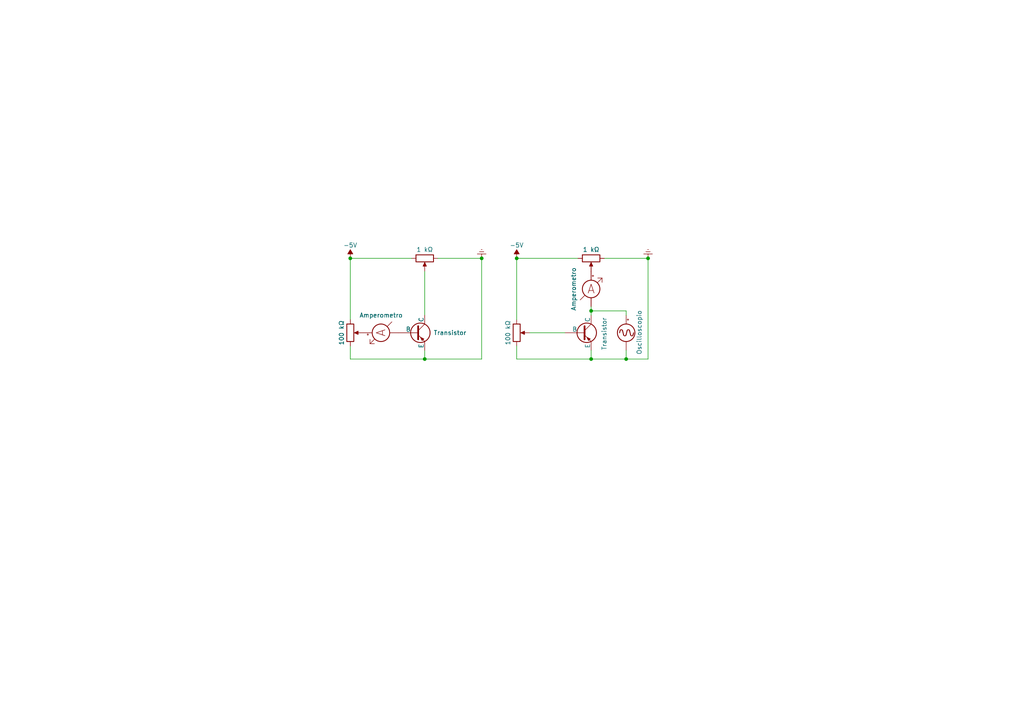
<source format=kicad_sch>
(kicad_sch (version 20230121) (generator eeschema)
  (paper "A4")
  (lib_symbols
    (symbol "Device:Ammeter_DC" (pin_numbers hide) (pin_names (offset 0.0254) hide)
      (property "Reference" "MES" (at -3.302 1.016 0))
      (property "Value" "Ammeter_DC" (at -3.302 -0.762 0))
      (symbol "Ammeter_DC_0_0"
        (polyline (pts (xy -3.175 -3.175) (xy -1.905 -1.905)))
        (polyline (pts (xy 1.905 1.905) (xy 3.175 3.175)))
        (polyline (pts (xy 1.905 3.175) (xy 3.175 3.175) (xy 3.175 1.905)))
        (text "A" (at 0 0 0) (effects (font (size 2.54 2.54))))
      )
      (symbol "Ammeter_DC_0_1"
        (polyline (pts (xy 0.254 3.81) (xy 0.762 3.81)))
        (polyline (pts (xy 0.508 4.064) (xy 0.508 3.556)))
        (circle (center 0 0) (radius 2.54) (stroke (width 0.254)))
      )
      (symbol "Ammeter_DC_1_1"
        (pin passive line (at 0 -5.08 90) (length 2.54) (name "-") (number "1"))
        (pin passive line (at 0 5.08 270) (length 2.54) (name "+") (number "2"))
      )
    )
    (symbol "Device:Oscilloscope" (pin_numbers hide) (pin_names (offset 0.0254) hide)
      (property "Reference" "MES" (at -3.302 1.016 0))
      (property "Value" "Oscilloscope" (at -3.302 -0.762 0))
      (symbol "Oscilloscope_0_0"
        (arc (start -1.016 0.508) (mid -1.397 0.8874) (end -1.778 0.508) (stroke (width 0.254)))
        (arc (start -0.762 -0.508) (mid -0.381 -0.8874) (end 0 -0.508) (stroke (width 0.254)))
        (polyline (pts (xy -1.778 0.508) (xy -1.905 0)) (stroke (width 0.254)))
        (polyline (pts (xy -1.016 0.508) (xy -0.762 -0.508)) (stroke (width 0.254)))
        (polyline (pts (xy 0 -0.508) (xy 0.254 0.508)) (stroke (width 0.254)))
        (polyline (pts (xy 1.016 0.508) (xy 1.27 -0.508)) (stroke (width 0.254)))
        (polyline (pts (xy 2.032 -0.508) (xy 2.159 0)) (stroke (width 0.254)))
        (arc (start 1.016 0.508) (mid 0.635 0.8874) (end 0.254 0.508) (stroke (width 0.254)))
        (arc (start 1.27 -0.508) (mid 1.651 -0.8874) (end 2.032 -0.508) (stroke (width 0.254)))
      )
      (symbol "Oscilloscope_0_1"
        (polyline (pts (xy 0.254 3.81) (xy 0.762 3.81)))
        (polyline (pts (xy 0.508 4.064) (xy 0.508 3.556)))
        (circle (center 0 0) (radius 2.54) (stroke (width 0.254)))
      )
      (symbol "Oscilloscope_1_1"
        (pin passive line (at 0 -5.08 90) (length 2.54) (name "-") (number "1"))
        (pin passive line (at 0 5.08 270) (length 2.54) (name "+") (number "2"))
      )
    )
    (symbol "Device:R_Potentiometer" (pin_numbers hide) (pin_names (offset 1.016) hide)
      (property "Reference" "RV" (at -4.445 0 90))
      (property "Value" "R_Potentiometer" (at -2.54 0 90))
      (symbol "R_Potentiometer_0_1"
        (polyline (pts (xy 2.54 0) (xy 1.524 0)))
        (polyline (pts (xy 1.143 0) (xy 2.286 0.508) (xy 2.286 -0.508) (xy 1.143 0)) (fill (type outline)))
        (rectangle (start 1.016 2.54) (end -1.016 -2.54) (stroke (width 0.254)))
      )
      (symbol "R_Potentiometer_1_1"
        (pin passive line (at 0 3.81 270) (length 1.27) (name "1") (number "1"))
        (pin passive line (at 3.81 0 180) (length 1.27) (name "2") (number "2"))
        (pin passive line (at 0 -3.81 90) (length 1.27) (name "3") (number "3"))
      )
    )
    (symbol "R_Potentiometer_1" (pin_numbers hide) (pin_names (offset 1.016) hide)
      (property "Reference" "RV" (at -4.445 0 90))
      (property "Value" "R_Potentiometer" (at -2.54 0 90))
      (symbol "R_Potentiometer_1_0_1"
        (polyline (pts (xy 2.54 0) (xy 1.524 0)))
        (polyline (pts (xy 1.143 0) (xy 2.286 0.508) (xy 2.286 -0.508) (xy 1.143 0)) (fill (type outline)))
        (rectangle (start 1.016 2.54) (end -1.016 -2.54) (stroke (width 0.254)))
      )
      (symbol "R_Potentiometer_1_1_1"
        (pin passive line (at 0 3.81 270) (length 1.27) (name "1") (number "1"))
        (pin passive line (at 3.81 0 180) (length 1.27) (name "2") (number "2"))
        (pin passive line (at 0 -3.81 90) (length 1.27) (name "3") (number "3"))
      )
    )
    (symbol "Transistor_BJT:2N3906" (pin_numbers hide) (pin_names (offset 0))
      (property "Reference" "Q" (at 5.08 1.905 0))
      (property "Value" "2N3906" (at 5.08 0 0))
      (symbol "2N3906_0_1"
        (polyline (pts (xy 0.635 0.635) (xy 2.54 2.54)))
        (polyline (pts (xy 0.635 -0.635) (xy 2.54 -2.54) (xy 2.54 -2.54)))
        (polyline (pts (xy 0.635 1.905) (xy 0.635 -1.905) (xy 0.635 -1.905)) (stroke (width 0.508)))
        (polyline (pts (xy 2.286 -1.778) (xy 1.778 -2.286) (xy 1.27 -1.27) (xy 2.286 -1.778) (xy 2.286 -1.778)) (fill (type outline)))
        (circle (center 1.27 0) (radius 2.8194) (stroke (width 0.254)))
      )
      (symbol "2N3906_1_1"
        (pin passive line (at 2.54 -5.08 90) (length 2.54) (name "E") (number "1"))
        (pin input line (at -5.08 0 0) (length 5.715) (name "B") (number "2"))
        (pin passive line (at 2.54 5.08 270) (length 2.54) (name "C") (number "3"))
      )
    )
    (symbol "power:-5V" (power) (pin_names (offset 0))
      (property "Value" "-5V" (at 0 3.81 0))
      (symbol "-5V_0_0"
        (pin power_in line (at 0 0 90) (length 0) hide (name "-5V") (number "1"))
      )
      (symbol "-5V_0_1"
        (polyline (pts (xy 0 0) (xy 0 1.27) (xy 0.762 1.27) (xy 0 2.54) (xy -0.762 1.27) (xy 0 1.27)) (fill (type outline)))
      )
    )
    (symbol "power:Earth" (power) (pin_names (offset 0))
      (symbol "Earth_0_1"
        (polyline (pts (xy -0.635 -1.905) (xy 0.635 -1.905)))
        (polyline (pts (xy -0.127 -2.54) (xy 0.127 -2.54)))
        (polyline (pts (xy 0 -1.27) (xy 0 0)))
        (polyline (pts (xy 1.27 -1.27) (xy -1.27 -1.27)))
      )
      (symbol "Earth_1_1"
        (pin power_in line (at 0 0 270) (length 0) hide (name "Earth") (number "1"))
      )
    )
  )
  (junction (at 139.7 74.93))
  (junction (at 171.45 90.17))
  (junction (at 171.45 104.14))
  (junction (at 123.19 104.14))
  (junction (at 101.6 74.93))
  (junction (at 187.96 74.93))
  (junction (at 181.61 104.14))
  (junction (at 149.86 74.93))
  (wire (pts (xy 101.6 74.93) (xy 119.38 74.93)))
  (wire (pts (xy 149.86 74.93) (xy 149.86 92.71)))
  (wire (pts (xy 149.86 100.33) (xy 149.86 104.14)))
  (wire (pts (xy 101.6 104.14) (xy 123.19 104.14)))
  (wire (pts (xy 175.26 74.93) (xy 187.96 74.93)))
  (wire (pts (xy 181.61 90.17) (xy 171.45 90.17)))
  (wire (pts (xy 101.6 100.33) (xy 101.6 104.14)))
  (wire (pts (xy 181.61 91.44) (xy 181.61 90.17)))
  (wire (pts (xy 171.45 104.14) (xy 181.61 104.14)))
  (wire (pts (xy 101.6 74.93) (xy 101.6 92.71)))
  (wire (pts (xy 123.19 101.6) (xy 123.19 104.14)))
  (wire (pts (xy 149.86 74.93) (xy 167.64 74.93)))
  (wire (pts (xy 149.86 104.14) (xy 171.45 104.14)))
  (wire (pts (xy 153.67 96.52) (xy 163.83 96.52)))
  (wire (pts (xy 139.7 74.93) (xy 139.7 104.14)))
  (wire (pts (xy 123.19 91.44) (xy 123.19 78.74)))
  (wire (pts (xy 123.19 104.14) (xy 139.7 104.14)))
  (wire (pts (xy 181.61 101.6) (xy 181.61 104.14)))
  (wire (pts (xy 171.45 91.44) (xy 171.45 90.17)))
  (wire (pts (xy 187.96 74.93) (xy 187.96 104.14)))
  (wire (pts (xy 171.45 101.6) (xy 171.45 104.14)))
  (wire (pts (xy 181.61 104.14) (xy 187.96 104.14)))
  (wire (pts (xy 127 74.93) (xy 139.7 74.93)))
  (wire (pts (xy 171.45 88.9) (xy 171.45 90.17)))
  (symbol (lib_id "power:-5V") (at 149.86 74.93 0) (mirror y) (unit 1)
    (property "Reference" "#PWR03" (effects hide))
    (property "Value" "-5V" (at 149.86 71.12 0))
  )
  (symbol (lib_id "power:-5V") (at 101.6 74.93 0) (mirror y) (unit 1)
    (property "Reference" "#PWR01" (effects hide))
    (property "Value" "-5V" (at 101.6 71.12 0))
  )
  (symbol (lib_id "Device:R_Potentiometer") (at 149.86 96.52 0) (mirror x) (unit 1)
    (property "Reference" "RV3" (effects hide))
    (property "Value" "100 kΩ" (at 147.32 96.52 90))
  )
  (symbol (lib_id "Device:Ammeter_DC") (at 171.45 83.82 0) (unit 1)
    (property "Reference" "MES3" (effects hide))
    (property "Value" "Amperometro" (at 166.37 90.17 90) (effects (justify left)))
  )
  (symbol (lib_id "Device:R_Potentiometer") (at 101.6 96.52 0) (mirror x) (unit 1)
    (property "Reference" "RV2" (effects hide))
    (property "Value" "100 kΩ" (at 99.06 96.52 90))
  )
  (symbol (lib_id "Transistor_BJT:2N3906") (at 120.65 96.52 0) (unit 1)
    (property "Reference" "Q1" (effects hide))
    (property "Value" "Transistor" (at 125.73 96.52 0) (effects (justify left)))
    (property "Footprint" "Package_TO_SOT_THT:TO-92_Inline" (effects hide))
    (property "Datasheet" "https://www.onsemi.com/pub/Collateral/2N3906-D.PDF" (effects hide))
  )
  (symbol (lib_id "Transistor_BJT:2N3906") (at 168.91 96.52 0) (unit 1)
    (property "Reference" "Q2" (effects hide))
    (property "Value" "Transistor" (at 175.26 101.6 90) (effects (justify left)))
    (property "Footprint" "Package_TO_SOT_THT:TO-92_Inline" (effects hide))
    (property "Datasheet" "https://www.onsemi.com/pub/Collateral/2N3906-D.PDF" (effects hide))
  )
  (symbol (lib_id "Device:Ammeter_DC") (at 110.49 96.52 90) (mirror x) (unit 1)
    (property "Reference" "MES1" (effects hide))
    (property "Value" "Amperometro" (at 116.84 91.44 90) (effects (justify left)))
  )
  (symbol (lib_id "power:Earth") (at 139.7 74.93 180) (unit 1)
    (property "Reference" "#PWR02" (effects hide))
    (property "Value" "Earth" (effects hide))
  )
  (symbol (lib_name "R_Potentiometer_1") (lib_id "Device:R_Potentiometer") (at 171.45 74.93 270) (unit 1)
    (property "Reference" "RV4" (effects hide))
    (property "Value" "1 kΩ" (at 171.45 72.39 90))
  )
  (symbol (lib_id "power:Earth") (at 187.96 74.93 180) (unit 1)
    (property "Reference" "#PWR04" (effects hide))
    (property "Value" "Earth" (effects hide))
  )
  (symbol (lib_name "R_Potentiometer_1") (lib_id "Device:R_Potentiometer") (at 123.19 74.93 270) (unit 1)
    (property "Reference" "RV1" (effects hide))
    (property "Value" "1 kΩ" (at 123.19 72.39 90))
  )
  (symbol (lib_id "Device:Oscilloscope") (at 181.61 96.52 0) (unit 1)
    (property "Reference" "MES2" (effects hide))
    (property "Value" "Oscilloscopio" (at 185.42 102.87 90) (effects (justify left)))
  )
)
</source>
